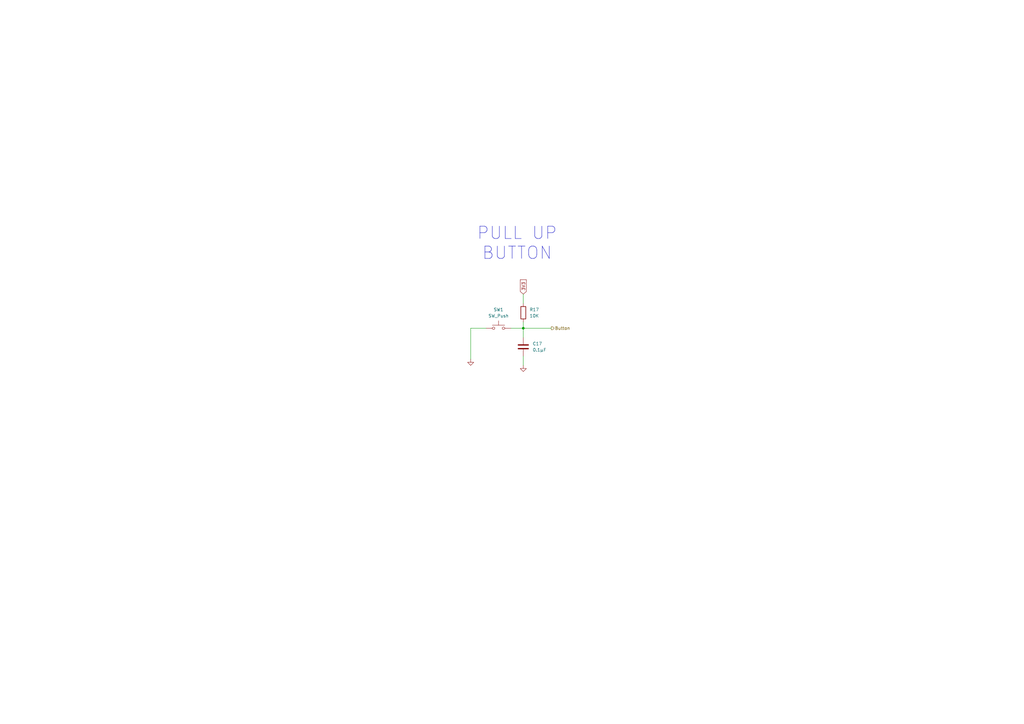
<source format=kicad_sch>
(kicad_sch (version 20250114) (generator "eeschema") (generator_version "9.0")
  (paper "A3")
  (title_block (title "Rabosa_Bot") (rev "1.0") (company "XorvaLabs"))
  (lib_symbols
    (symbol "Device:C" (pin_numbers (hide yes)) (pin_names (offset 0.254))
      (property "Reference" "C" (at 0.635 2.54 0))
      (property "Value" "C" (at 0.635 -2.54 0))
      (symbol "C_0_1"
        (polyline (pts (xy -2.032 0.762) (xy 2.032 0.762)) (stroke (width 0.508)))
        (polyline (pts (xy -2.032 -0.762) (xy 2.032 -0.762)) (stroke (width 0.508)))
      )
      (symbol "C_1_1"
        (pin passive line (at 0 3.81 270) (length 2.794) (name "~") (number "1"))
        (pin passive line (at 0 -3.81 90) (length 2.794) (name "~") (number "2"))
      )
    )
    (symbol "Device:R" (pin_numbers (hide yes)) (pin_names (offset 0))
      (property "Reference" "R" (at 2.032 0 90))
      (property "Value" "R" (at 0 0 90))
      (symbol "R_0_1"
        (rectangle (start -1.016 -2.54) (end 1.016 2.54) (stroke (width 0.254)))
      )
      (symbol "R_1_1"
        (pin passive line (at 0 3.81 270) (length 1.27) (name "~") (number "1"))
        (pin passive line (at 0 -3.81 90) (length 1.27) (name "~") (number "2"))
      )
    )
    (symbol "Switch:SW_Push" (pin_numbers (hide yes)) (pin_names (offset 1.016) (hide yes))
      (property "Reference" "SW" (at 1.27 2.54 0))
      (property "Value" "SW_Push" (at 0 -1.524 0))
      (symbol "SW_Push_0_1"
        (circle (center -2.032 0) (radius 0.508))
        (polyline (pts (xy 0 1.27) (xy 0 3.048)))
        (circle (center 2.032 0) (radius 0.508))
        (polyline (pts (xy 2.54 1.27) (xy -2.54 1.27)))
        (pin passive line (at -5.08 0 0) (length 2.54) (name "1") (number "1"))
        (pin passive line (at 5.08 0 180) (length 2.54) (name "2") (number "2"))
      )
    )
    (symbol "power:GND" (power) (pin_numbers (hide yes)) (pin_names (offset 0) (hide yes))
      (property "Value" "GND" (at 0 -3.81 0))
      (symbol "GND_0_1"
        (polyline (pts (xy 0 0) (xy 0 -1.27) (xy 1.27 -1.27) (xy 0 -2.54) (xy -1.27 -1.27) (xy 0 -1.27)))
      )
      (symbol "GND_1_1"
        (pin power_in line (at 0 0 270) (length 0) (name "~") (number "1"))
      )
    )
  )
  (text "PULL UP\nBUTTON" (at 212.09 99.822 0) (effects (font (size 5.08 5.08))))
  (junction (at 214.63 134.62))
  (wire (pts (xy 226.06 134.62) (xy 214.63 134.62)))
  (wire (pts (xy 214.63 134.62) (xy 214.63 138.43)))
  (wire (pts (xy 199.39 134.62) (xy 193.04 134.62)))
  (wire (pts (xy 214.63 120.65) (xy 214.63 124.46)))
  (wire (pts (xy 214.63 146.05) (xy 214.63 149.86)))
  (wire (pts (xy 209.55 134.62) (xy 214.63 134.62)))
  (wire (pts (xy 214.63 132.08) (xy 214.63 134.62)))
  (wire (pts (xy 193.04 134.62) (xy 193.04 147.32)))
  (global_label "3V3" (shape input) (at 214.63 120.65 90) (property "Intersheetrefs" "${INTERSHEET_REFS}" (effects (hide yes))))
  (hierarchical_label "Button" (shape output) (at 226.06 134.62 0))
  (symbol (lib_id "power:GND") (at 214.63 149.86 0) (unit 1)
    (property "Reference" "#PWR025" (effects (hide yes)))
    (property "Value" "GND" (effects (hide yes)))
    (property "Description" "Power symbol creates a global label with name \"GND\" , ground" (effects (hide yes)))
  )
  (symbol (lib_id "power:GND") (at 193.04 147.32 0) (unit 1)
    (property "Reference" "#PWR034" (effects (hide yes)))
    (property "Value" "GND" (effects (hide yes)))
    (property "Description" "Power symbol creates a global label with name \"GND\" , ground" (effects (hide yes)))
  )
  (symbol (lib_id "Device:C") (at 214.63 142.24 0) (unit 1)
    (property "Reference" "C17" (at 218.44 140.9699 0) (effects (justify left)))
    (property "Value" "0.1µF" (at 218.44 143.5099 0) (effects (justify left)))
    (property "Footprint" "Capacitor_SMD:C_0201_0603Metric" (effects (hide yes)))
    (property "Description" "Unpolarized capacitor" (effects (hide yes)))
    (property "JLCPCB Part #" "C1525" (effects (hide yes)))
  )
  (symbol (lib_id "Switch:SW_Push") (at 204.47 134.62 0) (unit 1)
    (property "Reference" "SW1" (at 204.47 127 0))
    (property "Value" "SW_Push" (at 204.47 129.54 0))
    (property "Footprint" "Button_Switch_SMD:SW_Push_1P1T_NO_CK_KMR2" (effects (hide yes)))
    (property "Datasheet" "https://www.ckswitches.com/media/1479/kmr2.pdf" (effects (hide yes)))
    (property "Description" "Push button switch, generic, two pins" (effects (hide yes)))
    (property "JLCPCB Part #" "C221676" (effects (hide yes)))
  )
  (symbol (lib_id "Device:R") (at 214.63 128.27 0) (unit 1)
    (property "Reference" "R17" (at 217.17 126.9999 0) (effects (justify left)))
    (property "Value" "10K" (at 217.17 129.5399 0) (effects (justify left)))
    (property "Footprint" "Resistor_SMD:R_0201_0603Metric" (effects (hide yes)))
    (property "Description" "Resistor" (effects (hide yes)))
    (property "JLCPCB Part #" "C174175" (effects (hide yes)))
  )
)
</source>
